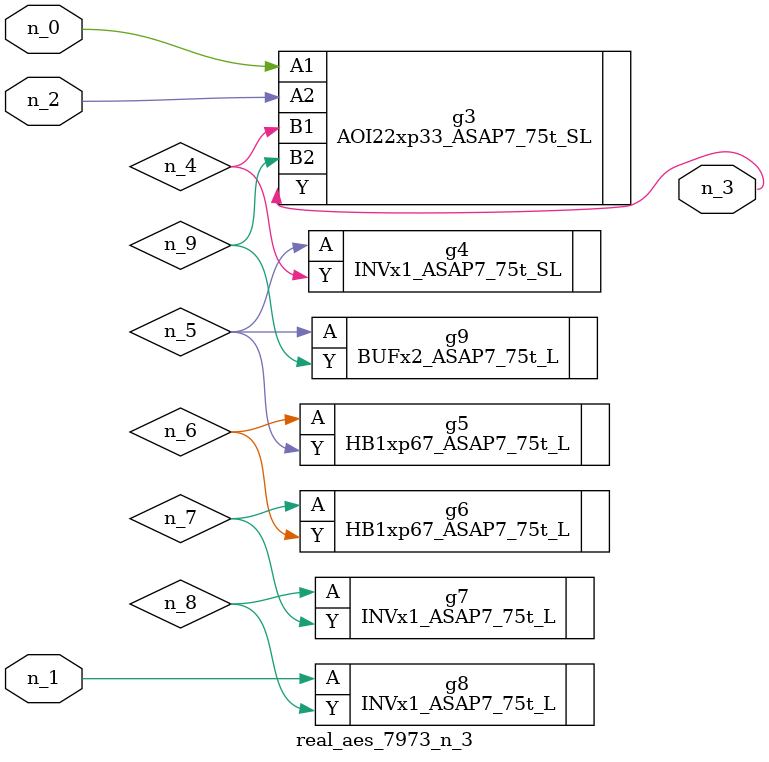
<source format=v>
module real_aes_7973_n_3 (n_0, n_2, n_1, n_3);
input n_0;
input n_2;
input n_1;
output n_3;
wire n_4;
wire n_5;
wire n_7;
wire n_9;
wire n_6;
wire n_8;
AOI22xp33_ASAP7_75t_SL g3 ( .A1(n_0), .A2(n_2), .B1(n_4), .B2(n_9), .Y(n_3) );
INVx1_ASAP7_75t_L g8 ( .A(n_1), .Y(n_8) );
INVx1_ASAP7_75t_SL g4 ( .A(n_5), .Y(n_4) );
BUFx2_ASAP7_75t_L g9 ( .A(n_5), .Y(n_9) );
HB1xp67_ASAP7_75t_L g5 ( .A(n_6), .Y(n_5) );
HB1xp67_ASAP7_75t_L g6 ( .A(n_7), .Y(n_6) );
INVx1_ASAP7_75t_L g7 ( .A(n_8), .Y(n_7) );
endmodule
</source>
